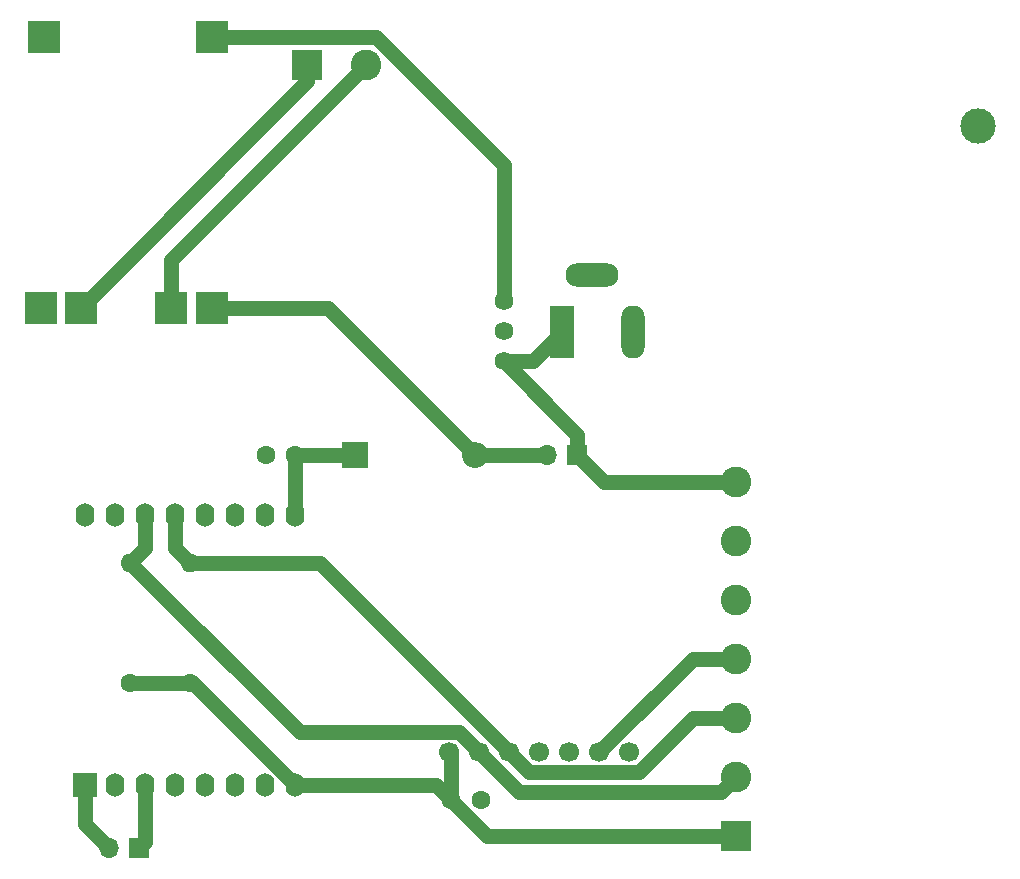
<source format=gbr>
%TF.GenerationSoftware,KiCad,Pcbnew,(5.1.9)-1*%
%TF.CreationDate,2021-01-18T22:12:50-06:00*%
%TF.ProjectId,TMS1,544d5331-2e6b-4696-9361-645f70636258,rev?*%
%TF.SameCoordinates,Original*%
%TF.FileFunction,Copper,L1,Top*%
%TF.FilePolarity,Positive*%
%FSLAX46Y46*%
G04 Gerber Fmt 4.6, Leading zero omitted, Abs format (unit mm)*
G04 Created by KiCad (PCBNEW (5.1.9)-1) date 2021-01-18 22:12:50*
%MOMM*%
%LPD*%
G01*
G04 APERTURE LIST*
%TA.AperFunction,ComponentPad*%
%ADD10C,2.600000*%
%TD*%
%TA.AperFunction,ComponentPad*%
%ADD11R,2.600000X2.600000*%
%TD*%
%TA.AperFunction,ComponentPad*%
%ADD12C,3.000000*%
%TD*%
%TA.AperFunction,ComponentPad*%
%ADD13O,2.200000X2.200000*%
%TD*%
%TA.AperFunction,ComponentPad*%
%ADD14R,2.200000X2.200000*%
%TD*%
%TA.AperFunction,ComponentPad*%
%ADD15O,1.700000X1.700000*%
%TD*%
%TA.AperFunction,ComponentPad*%
%ADD16R,1.700000X1.700000*%
%TD*%
%TA.AperFunction,ComponentPad*%
%ADD17O,4.500000X2.000000*%
%TD*%
%TA.AperFunction,ComponentPad*%
%ADD18O,2.000000X4.500000*%
%TD*%
%TA.AperFunction,ComponentPad*%
%ADD19R,2.000000X4.500000*%
%TD*%
%TA.AperFunction,ComponentPad*%
%ADD20O,1.600000X2.000000*%
%TD*%
%TA.AperFunction,ComponentPad*%
%ADD21R,2.000000X2.000000*%
%TD*%
%TA.AperFunction,ComponentPad*%
%ADD22C,1.590000*%
%TD*%
%TA.AperFunction,ComponentPad*%
%ADD23R,2.800000X2.800000*%
%TD*%
%TA.AperFunction,ComponentPad*%
%ADD24O,1.600000X1.600000*%
%TD*%
%TA.AperFunction,ComponentPad*%
%ADD25C,1.600000*%
%TD*%
%TA.AperFunction,ComponentPad*%
%ADD26C,1.700000*%
%TD*%
%TA.AperFunction,Conductor*%
%ADD27C,1.270000*%
%TD*%
G04 APERTURE END LIST*
D10*
%TO.P,J5,2*%
%TO.N,Net-(J5-Pad2)*%
X83486000Y-56388000D03*
D11*
%TO.P,J5,1*%
%TO.N,Net-(J5-Pad1)*%
X78486000Y-56388000D03*
%TD*%
D10*
%TO.P,J2,7*%
%TO.N,Net-(J2-Pad7)*%
X114808000Y-91666000D03*
%TO.P,J2,6*%
%TO.N,GND*%
X114808000Y-96666000D03*
%TO.P,J2,5*%
X114808000Y-101666000D03*
%TO.P,J2,4*%
%TO.N,Net-(AK1-Pad6)*%
X114808000Y-106666000D03*
%TO.P,J2,3*%
%TO.N,Net-(AK1-Pad3)*%
X114808000Y-111666000D03*
%TO.P,J2,2*%
%TO.N,Net-(AK1-Pad2)*%
X114808000Y-116666000D03*
D11*
%TO.P,J2,1*%
%TO.N,Net-(AK1-Pad1)*%
X114808000Y-121666000D03*
%TD*%
D12*
%TO.P, ,1*%
%TO.N,N/C*%
X135282000Y-61554000D03*
%TD*%
D13*
%TO.P,D1,2*%
%TO.N,Net-(D1-Pad2)*%
X92710000Y-89408000D03*
D14*
%TO.P,D1,1*%
%TO.N,Net-(C1-Pad1)*%
X82550000Y-89408000D03*
%TD*%
D15*
%TO.P,J3,2*%
%TO.N,Net-(D1-Pad2)*%
X98806000Y-89408000D03*
D16*
%TO.P,J3,1*%
%TO.N,Net-(J2-Pad7)*%
X101346000Y-89408000D03*
%TD*%
D17*
%TO.P,J4,3*%
%TO.N,N/C*%
X102576000Y-74194000D03*
D18*
%TO.P,J4,2*%
%TO.N,GND*%
X106076000Y-78994000D03*
D19*
%TO.P,J4,1*%
%TO.N,Net-(J2-Pad7)*%
X100076000Y-78994000D03*
%TD*%
D20*
%TO.P,U1,16*%
%TO.N,Net-(U1-Pad16)*%
X59690000Y-94488000D03*
%TO.P,U1,15*%
%TO.N,Net-(U1-Pad15)*%
X62230000Y-94488000D03*
%TO.P,U1,14*%
%TO.N,Net-(AK1-Pad2)*%
X64770000Y-94488000D03*
%TO.P,U1,13*%
%TO.N,Net-(AK1-Pad3)*%
X67310000Y-94488000D03*
%TO.P,U1,12*%
%TO.N,Net-(U1-Pad12)*%
X69850000Y-94488000D03*
%TO.P,U1,11*%
%TO.N,Net-(U1-Pad11)*%
X72390000Y-94488000D03*
%TO.P,U1,10*%
%TO.N,GND*%
X74930000Y-94488000D03*
%TO.P,U1,9*%
%TO.N,Net-(C1-Pad1)*%
X77470000Y-94488000D03*
%TO.P,U1,8*%
%TO.N,Net-(AK1-Pad1)*%
X77470000Y-117348000D03*
%TO.P,U1,7*%
%TO.N,Net-(U1-Pad7)*%
X74930000Y-117348000D03*
%TO.P,U1,6*%
%TO.N,Net-(U1-Pad6)*%
X72390000Y-117348000D03*
%TO.P,U1,5*%
%TO.N,Net-(U1-Pad5)*%
X69850000Y-117348000D03*
%TO.P,U1,4*%
%TO.N,Net-(U1-Pad4)*%
X67310000Y-117348000D03*
%TO.P,U1,3*%
%TO.N,Net-(J1-Pad1)*%
X64770000Y-117348000D03*
D21*
%TO.P,U1,1*%
%TO.N,Net-(J1-Pad2)*%
X59690000Y-117348000D03*
D20*
%TO.P,U1,2*%
%TO.N,Net-(U1-Pad2)*%
X62230000Y-117348000D03*
%TD*%
D22*
%TO.P,U2,3*%
%TO.N,Net-(T1-Pad1)*%
X95114000Y-76403200D03*
%TO.P,U2,2*%
%TO.N,GND*%
X95114000Y-78943200D03*
%TO.P,U2,1*%
%TO.N,Net-(J2-Pad7)*%
X95114000Y-81483200D03*
%TD*%
D23*
%TO.P,T1,1*%
%TO.N,Net-(T1-Pad1)*%
X70436000Y-54024000D03*
%TO.P,T1,2*%
%TO.N,GND*%
X56236000Y-54024000D03*
%TO.P,T1,3*%
%TO.N,Net-(D1-Pad2)*%
X70436000Y-76924000D03*
%TO.P,T1,4*%
%TO.N,GND*%
X55936000Y-76924000D03*
%TO.P,T1,5*%
%TO.N,Net-(J5-Pad2)*%
X66936000Y-76924000D03*
%TO.P,T1,6*%
%TO.N,Net-(J5-Pad1)*%
X59336000Y-76924000D03*
%TD*%
D24*
%TO.P,R2,2*%
%TO.N,Net-(AK1-Pad2)*%
X63500000Y-98552000D03*
D25*
%TO.P,R2,1*%
%TO.N,Net-(AK1-Pad1)*%
X63500000Y-108712000D03*
%TD*%
D24*
%TO.P,R1,2*%
%TO.N,Net-(AK1-Pad3)*%
X68580000Y-98552000D03*
D25*
%TO.P,R1,1*%
%TO.N,Net-(AK1-Pad1)*%
X68580000Y-108712000D03*
%TD*%
D15*
%TO.P,J1,2*%
%TO.N,Net-(J1-Pad2)*%
X61722000Y-122682000D03*
D16*
%TO.P,J1,1*%
%TO.N,Net-(J1-Pad1)*%
X64262000Y-122682000D03*
%TD*%
D25*
%TO.P,C2,2*%
%TO.N,GND*%
X93178000Y-118618000D03*
%TO.P,C2,1*%
%TO.N,Net-(AK1-Pad1)*%
X90678000Y-118618000D03*
%TD*%
%TO.P,C1,2*%
%TO.N,GND*%
X74970000Y-89408000D03*
%TO.P,C1,1*%
%TO.N,Net-(C1-Pad1)*%
X77470000Y-89408000D03*
%TD*%
D26*
%TO.P,AK1,7*%
%TO.N,GND*%
X105756000Y-114584000D03*
%TO.P,AK1,6*%
%TO.N,Net-(AK1-Pad6)*%
X103216000Y-114584000D03*
%TO.P,AK1,5*%
%TO.N,Net-(AK1-Pad5)*%
X100676000Y-114584000D03*
%TO.P,AK1,4*%
%TO.N,Net-(AK1-Pad4)*%
X98136000Y-114584000D03*
%TO.P,AK1,3*%
%TO.N,Net-(AK1-Pad3)*%
X95596000Y-114584000D03*
%TO.P,AK1,2*%
%TO.N,Net-(AK1-Pad2)*%
X93056000Y-114584000D03*
%TO.P,AK1,1*%
%TO.N,Net-(AK1-Pad1)*%
X90516000Y-114584000D03*
%TD*%
D27*
%TO.N,Net-(AK1-Pad6)*%
X111134000Y-106666000D02*
X114808000Y-106666000D01*
X103216000Y-114584000D02*
X111134000Y-106666000D01*
%TO.N,Net-(AK1-Pad3)*%
X67310000Y-97282000D02*
X68580000Y-98552000D01*
X67310000Y-94488000D02*
X67310000Y-97282000D01*
X97281001Y-116269001D02*
X95596000Y-114584000D01*
X111167802Y-111666000D02*
X106564801Y-116269001D01*
X114808000Y-111666000D02*
X111167802Y-111666000D01*
X106564801Y-116269001D02*
X97281001Y-116269001D01*
X79564000Y-98552000D02*
X68580000Y-98552000D01*
X95596000Y-114584000D02*
X79564000Y-98552000D01*
%TO.N,Net-(AK1-Pad2)*%
X64770000Y-97282000D02*
X63500000Y-98552000D01*
X64770000Y-94488000D02*
X64770000Y-97282000D01*
X114808000Y-116666000D02*
X113508001Y-117965999D01*
X113508001Y-117965999D02*
X96437999Y-117965999D01*
X96437999Y-117965999D02*
X93056000Y-114584000D01*
X77846999Y-112898999D02*
X63500000Y-98552000D01*
X91370999Y-112898999D02*
X77846999Y-112898999D01*
X93056000Y-114584000D02*
X91370999Y-112898999D01*
%TO.N,Net-(AK1-Pad1)*%
X68834000Y-108712000D02*
X68580000Y-108712000D01*
X77470000Y-117348000D02*
X68834000Y-108712000D01*
X68580000Y-108712000D02*
X63500000Y-108712000D01*
X89408000Y-117348000D02*
X90678000Y-118618000D01*
X77470000Y-117348000D02*
X89408000Y-117348000D01*
X90678000Y-114746000D02*
X90516000Y-114584000D01*
X90678000Y-118618000D02*
X90678000Y-114746000D01*
X93726000Y-121666000D02*
X114808000Y-121666000D01*
X90678000Y-118618000D02*
X93726000Y-121666000D01*
%TO.N,Net-(C1-Pad1)*%
X77470000Y-94488000D02*
X77470000Y-89408000D01*
X77470000Y-89408000D02*
X82550000Y-89408000D01*
%TO.N,Net-(J1-Pad2)*%
X59690000Y-120650000D02*
X61722000Y-122682000D01*
X59690000Y-117348000D02*
X59690000Y-120650000D01*
%TO.N,Net-(J1-Pad1)*%
X64770000Y-122174000D02*
X64262000Y-122682000D01*
X64770000Y-117348000D02*
X64770000Y-122174000D01*
%TO.N,Net-(T1-Pad1)*%
X95114000Y-76403200D02*
X95046800Y-76403200D01*
X84281802Y-54024000D02*
X70436000Y-54024000D01*
X95114000Y-64856198D02*
X84281802Y-54024000D01*
X95114000Y-76403200D02*
X95114000Y-64856198D01*
%TO.N,Net-(D1-Pad2)*%
X92710000Y-89408000D02*
X98806000Y-89408000D01*
X80226000Y-76924000D02*
X70436000Y-76924000D01*
X92710000Y-89408000D02*
X80226000Y-76924000D01*
%TO.N,Net-(J2-Pad7)*%
X103604000Y-91666000D02*
X101346000Y-89408000D01*
X114808000Y-91666000D02*
X103604000Y-91666000D01*
X101346000Y-87715200D02*
X95114000Y-81483200D01*
X101346000Y-89408000D02*
X101346000Y-87715200D01*
X97586800Y-81483200D02*
X100076000Y-78994000D01*
X95114000Y-81483200D02*
X97586800Y-81483200D01*
%TO.N,Net-(J5-Pad2)*%
X66936000Y-72938000D02*
X66936000Y-76924000D01*
X83486000Y-56388000D02*
X66936000Y-72938000D01*
%TO.N,Net-(J5-Pad1)*%
X78486000Y-57774000D02*
X59336000Y-76924000D01*
X78486000Y-56388000D02*
X78486000Y-57774000D01*
%TD*%
M02*

</source>
